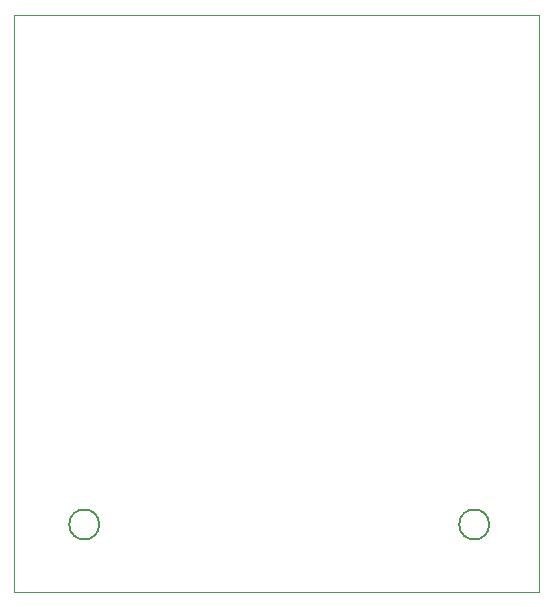
<source format=gbr>
%FSLAX46Y46*%
G04 Gerber Fmt 4.6, Leading zero omitted, Abs format (unit mm)*
G04 Created by KiCad (PCBNEW (2014-07-24 BZR 5026)-product) date 7/27/2014 12:40:59 AM*
%MOMM*%
G01*
G04 APERTURE LIST*
%ADD10C,0.100000*%
%ADD11C,0.200000*%
G04 APERTURE END LIST*
D10*
D11*
X80863440Y-73604120D02*
G75*
G03X80863440Y-73604120I-1270000J0D01*
G74*
G01*
X113883440Y-73604120D02*
G75*
G03X113883440Y-73604120I-1270000J0D01*
G74*
G01*
D10*
X73624440Y-30480000D02*
X73624440Y-79319120D01*
X118074440Y-30480000D02*
X73624440Y-30480000D01*
X118074440Y-79319120D02*
X118074440Y-30480000D01*
X73624440Y-79319120D02*
X118074440Y-79319120D01*
M02*

</source>
